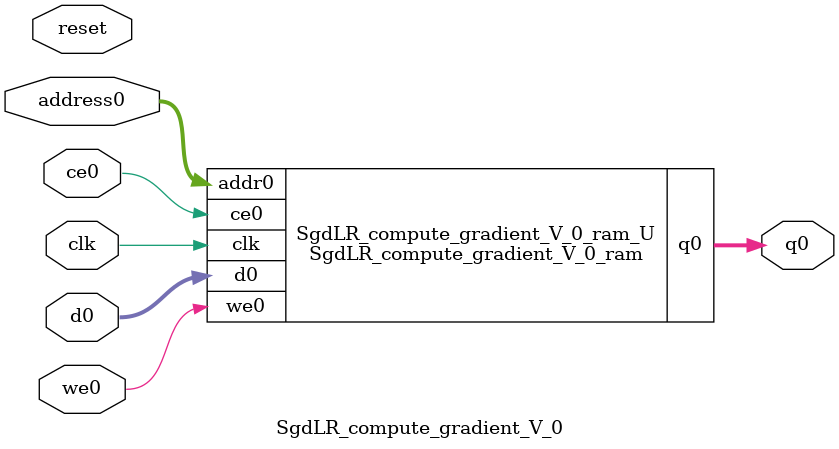
<source format=v>
`timescale 1 ns / 1 ps
module SgdLR_compute_gradient_V_0_ram (addr0, ce0, d0, we0, q0,  clk);

parameter DWIDTH = 32;
parameter AWIDTH = 5;
parameter MEM_SIZE = 32;

input[AWIDTH-1:0] addr0;
input ce0;
input[DWIDTH-1:0] d0;
input we0;
output reg[DWIDTH-1:0] q0;
input clk;

reg [DWIDTH-1:0] ram[0:MEM_SIZE-1];




always @(posedge clk)  
begin 
    if (ce0) begin
        if (we0) 
            ram[addr0] <= d0; 
        q0 <= ram[addr0];
    end
end


endmodule

`timescale 1 ns / 1 ps
module SgdLR_compute_gradient_V_0(
    reset,
    clk,
    address0,
    ce0,
    we0,
    d0,
    q0);

parameter DataWidth = 32'd32;
parameter AddressRange = 32'd32;
parameter AddressWidth = 32'd5;
input reset;
input clk;
input[AddressWidth - 1:0] address0;
input ce0;
input we0;
input[DataWidth - 1:0] d0;
output[DataWidth - 1:0] q0;



SgdLR_compute_gradient_V_0_ram SgdLR_compute_gradient_V_0_ram_U(
    .clk( clk ),
    .addr0( address0 ),
    .ce0( ce0 ),
    .we0( we0 ),
    .d0( d0 ),
    .q0( q0 ));

endmodule


</source>
